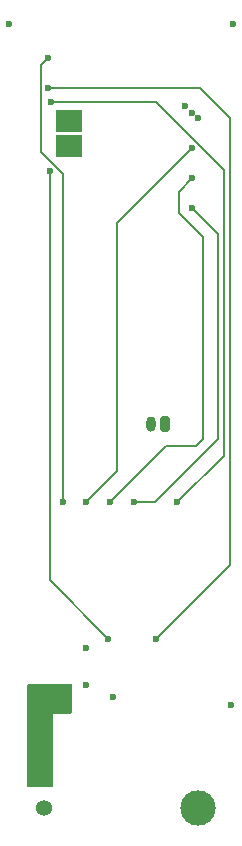
<source format=gbr>
%TF.GenerationSoftware,KiCad,Pcbnew,8.0.6*%
%TF.CreationDate,2024-11-08T20:03:32-06:00*%
%TF.ProjectId,lora micronode,6c6f7261-206d-4696-9372-6f6e6f64652e,rev?*%
%TF.SameCoordinates,Original*%
%TF.FileFunction,Copper,L2,Inr*%
%TF.FilePolarity,Positive*%
%FSLAX46Y46*%
G04 Gerber Fmt 4.6, Leading zero omitted, Abs format (unit mm)*
G04 Created by KiCad (PCBNEW 8.0.6) date 2024-11-08 20:03:32*
%MOMM*%
%LPD*%
G01*
G04 APERTURE LIST*
G04 Aperture macros list*
%AMRoundRect*
0 Rectangle with rounded corners*
0 $1 Rounding radius*
0 $2 $3 $4 $5 $6 $7 $8 $9 X,Y pos of 4 corners*
0 Add a 4 corners polygon primitive as box body*
4,1,4,$2,$3,$4,$5,$6,$7,$8,$9,$2,$3,0*
0 Add four circle primitives for the rounded corners*
1,1,$1+$1,$2,$3*
1,1,$1+$1,$4,$5*
1,1,$1+$1,$6,$7*
1,1,$1+$1,$8,$9*
0 Add four rect primitives between the rounded corners*
20,1,$1+$1,$2,$3,$4,$5,0*
20,1,$1+$1,$4,$5,$6,$7,0*
20,1,$1+$1,$6,$7,$8,$9,0*
20,1,$1+$1,$8,$9,$2,$3,0*%
G04 Aperture macros list end*
%TA.AperFunction,ComponentPad*%
%ADD10RoundRect,0.200000X0.200000X0.450000X-0.200000X0.450000X-0.200000X-0.450000X0.200000X-0.450000X0*%
%TD*%
%TA.AperFunction,ComponentPad*%
%ADD11O,0.800000X1.300000*%
%TD*%
%TA.AperFunction,ComponentPad*%
%ADD12R,2.300000X1.900000*%
%TD*%
%TA.AperFunction,ComponentPad*%
%ADD13C,1.360000*%
%TD*%
%TA.AperFunction,ComponentPad*%
%ADD14C,3.000000*%
%TD*%
%TA.AperFunction,ViaPad*%
%ADD15C,0.600000*%
%TD*%
%TA.AperFunction,Conductor*%
%ADD16C,0.200000*%
%TD*%
G04 APERTURE END LIST*
D10*
%TO.N,Solar+*%
%TO.C,SC1*%
X134874000Y-86106000D03*
D11*
%TO.N,GND*%
X133624001Y-86106000D03*
%TD*%
D12*
%TO.N,GND*%
%TO.C,U2*%
X126691000Y-60446000D03*
%TO.N,BAT_VCC*%
X126691000Y-62546000D03*
%TD*%
D13*
%TO.N,Net-(AE1-A)*%
%TO.C,AE1*%
X124568000Y-118618000D03*
D14*
%TO.N,N/C*%
X137668000Y-118618000D03*
%TD*%
D15*
%TO.N,GND*%
X126746000Y-109220000D03*
X123571000Y-108331000D03*
X140462000Y-109855000D03*
X140589000Y-52197000D03*
X121666000Y-52197000D03*
%TO.N,+3.3V*%
X128143000Y-108204000D03*
X130429000Y-109220000D03*
X128143000Y-105029000D03*
X137668000Y-60206000D03*
X137096500Y-59753500D03*
X136525000Y-59182000D03*
%TO.N,SX126X_BUSY*%
X135890000Y-92710000D03*
%TO.N,SX126X_CS*%
X126238000Y-92710000D03*
%TO.N,MOSI*%
X128143000Y-92710000D03*
%TO.N,MISO*%
X130175000Y-92710000D03*
%TO.N,SCK*%
X132207000Y-92710000D03*
%TO.N,SX126X_DIO1*%
X134112000Y-104267000D03*
%TO.N,SX126X_RESET*%
X130048000Y-104267000D03*
X125095000Y-64643000D03*
%TO.N,SX126X_BUSY*%
X125222000Y-58801000D03*
%TO.N,SX126X_DIO1*%
X124968000Y-57658000D03*
%TO.N,SX126X_CS*%
X124960000Y-55126000D03*
%TO.N,SCK*%
X137160000Y-67818000D03*
%TO.N,MISO*%
X137160000Y-65278000D03*
%TO.N,MOSI*%
X137160000Y-62738000D03*
%TD*%
D16*
%TO.N,MISO*%
X138049000Y-87376000D02*
X137477500Y-87947500D01*
X138049000Y-70231000D02*
X138049000Y-87376000D01*
X136017000Y-68199000D02*
X138049000Y-70231000D01*
X137477500Y-87947500D02*
X134937500Y-87947500D01*
X134937500Y-87947500D02*
X130175000Y-92710000D01*
X136017000Y-66421000D02*
X136017000Y-68199000D01*
X137160000Y-65278000D02*
X136017000Y-66421000D01*
%TO.N,MOSI*%
X130810000Y-90043000D02*
X128143000Y-92710000D01*
X130810000Y-69088000D02*
X130810000Y-90043000D01*
X137160000Y-62738000D02*
X130810000Y-69088000D01*
%TO.N,SCK*%
X133985000Y-92710000D02*
X139319000Y-87376000D01*
X139319000Y-87376000D02*
X139319000Y-69977000D01*
X139319000Y-69977000D02*
X137160000Y-67818000D01*
X132207000Y-92710000D02*
X133985000Y-92710000D01*
%TO.N,SX126X_BUSY*%
X134071529Y-58801000D02*
X125222000Y-58801000D01*
X135890000Y-92710000D02*
X139827000Y-88773000D01*
X139827000Y-88773000D02*
X139827000Y-64556471D01*
X139827000Y-64556471D02*
X134071529Y-58801000D01*
%TO.N,SX126X_DIO1*%
X137795000Y-57658000D02*
X140342000Y-60205000D01*
X124968000Y-57658000D02*
X137795000Y-57658000D01*
X140342000Y-60205000D02*
X140342000Y-98037000D01*
X140342000Y-98037000D02*
X134112000Y-104267000D01*
%TO.N,SX126X_CS*%
X126238000Y-64937471D02*
X126238000Y-92710000D01*
X124368000Y-63067471D02*
X126238000Y-64937471D01*
X124960000Y-55126000D02*
X124368000Y-55718000D01*
X124368000Y-55718000D02*
X124368000Y-63067471D01*
%TO.N,SX126X_RESET*%
X125095000Y-64643000D02*
X125095000Y-99314000D01*
X125095000Y-99314000D02*
X130048000Y-104267000D01*
%TD*%
%TA.AperFunction,Conductor*%
%TO.N,GND*%
G36*
X126943039Y-108096685D02*
G01*
X126988794Y-108149489D01*
X127000000Y-108201000D01*
X127000000Y-110493000D01*
X126980315Y-110560039D01*
X126927511Y-110605794D01*
X126876000Y-110617000D01*
X125349000Y-110617000D01*
X125349000Y-116716000D01*
X125329315Y-116783039D01*
X125276511Y-116828794D01*
X125225000Y-116840000D01*
X123314000Y-116840000D01*
X123246961Y-116820315D01*
X123201206Y-116767511D01*
X123190000Y-116716000D01*
X123190000Y-108201000D01*
X123209685Y-108133961D01*
X123262489Y-108088206D01*
X123314000Y-108077000D01*
X126876000Y-108077000D01*
X126943039Y-108096685D01*
G37*
%TD.AperFunction*%
%TD*%
M02*

</source>
